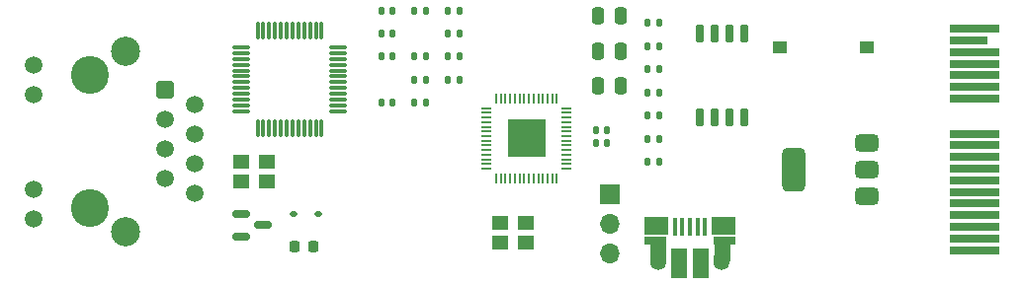
<source format=gbr>
%TF.GenerationSoftware,KiCad,Pcbnew,8.0.3*%
%TF.CreationDate,2024-06-27T21:22:13-04:00*%
%TF.ProjectId,rp2040-mgmt-module,72703230-3430-42d6-9d67-6d742d6d6f64,v0.0.0*%
%TF.SameCoordinates,Original*%
%TF.FileFunction,Soldermask,Top*%
%TF.FilePolarity,Negative*%
%FSLAX46Y46*%
G04 Gerber Fmt 4.6, Leading zero omitted, Abs format (unit mm)*
G04 Created by KiCad (PCBNEW 8.0.3) date 2024-06-27 21:22:13*
%MOMM*%
%LPD*%
G01*
G04 APERTURE LIST*
G04 Aperture macros list*
%AMRoundRect*
0 Rectangle with rounded corners*
0 $1 Rounding radius*
0 $2 $3 $4 $5 $6 $7 $8 $9 X,Y pos of 4 corners*
0 Add a 4 corners polygon primitive as box body*
4,1,4,$2,$3,$4,$5,$6,$7,$8,$9,$2,$3,0*
0 Add four circle primitives for the rounded corners*
1,1,$1+$1,$2,$3*
1,1,$1+$1,$4,$5*
1,1,$1+$1,$6,$7*
1,1,$1+$1,$8,$9*
0 Add four rect primitives between the rounded corners*
20,1,$1+$1,$2,$3,$4,$5,0*
20,1,$1+$1,$4,$5,$6,$7,0*
20,1,$1+$1,$6,$7,$8,$9,0*
20,1,$1+$1,$8,$9,$2,$3,0*%
G04 Aperture macros list end*
%ADD10RoundRect,0.140000X-0.140000X-0.170000X0.140000X-0.170000X0.140000X0.170000X-0.140000X0.170000X0*%
%ADD11C,3.250000*%
%ADD12RoundRect,0.250500X-0.499500X0.499500X-0.499500X-0.499500X0.499500X-0.499500X0.499500X0.499500X0*%
%ADD13C,1.500000*%
%ADD14C,2.500000*%
%ADD15RoundRect,0.250000X-0.250000X-0.475000X0.250000X-0.475000X0.250000X0.475000X-0.250000X0.475000X0*%
%ADD16RoundRect,0.375000X0.625000X0.375000X-0.625000X0.375000X-0.625000X-0.375000X0.625000X-0.375000X0*%
%ADD17RoundRect,0.500000X0.500000X1.400000X-0.500000X1.400000X-0.500000X-1.400000X0.500000X-1.400000X0*%
%ADD18RoundRect,0.218750X-0.218750X-0.256250X0.218750X-0.256250X0.218750X0.256250X-0.218750X0.256250X0*%
%ADD19R,1.200000X1.000000*%
%ADD20R,1.700000X1.700000*%
%ADD21O,1.700000X1.700000*%
%ADD22RoundRect,0.135000X-0.135000X-0.185000X0.135000X-0.185000X0.135000X0.185000X-0.135000X0.185000X0*%
%ADD23R,1.400000X1.200000*%
%ADD24RoundRect,0.150000X-0.587500X-0.150000X0.587500X-0.150000X0.587500X0.150000X-0.587500X0.150000X0*%
%ADD25RoundRect,0.112500X-0.187500X-0.112500X0.187500X-0.112500X0.187500X0.112500X-0.187500X0.112500X0*%
%ADD26RoundRect,0.050000X-0.050000X0.387500X-0.050000X-0.387500X0.050000X-0.387500X0.050000X0.387500X0*%
%ADD27RoundRect,0.050000X-0.387500X0.050000X-0.387500X-0.050000X0.387500X-0.050000X0.387500X0.050000X0*%
%ADD28R,3.200000X3.200000*%
%ADD29R,0.400000X1.650000*%
%ADD30R,1.825000X0.700000*%
%ADD31R,2.000000X1.500000*%
%ADD32R,1.350000X2.000000*%
%ADD33O,1.350000X1.700000*%
%ADD34O,1.100000X1.500000*%
%ADD35R,1.430000X2.500000*%
%ADD36R,4.300000X0.700000*%
%ADD37R,3.200000X0.700000*%
%ADD38RoundRect,0.150000X-0.150000X0.650000X-0.150000X-0.650000X0.150000X-0.650000X0.150000X0.650000X0*%
%ADD39RoundRect,0.075000X-0.662500X-0.075000X0.662500X-0.075000X0.662500X0.075000X-0.662500X0.075000X0*%
%ADD40RoundRect,0.075000X-0.075000X-0.662500X0.075000X-0.662500X0.075000X0.662500X-0.075000X0.662500X0*%
G04 APERTURE END LIST*
D10*
%TO.C,C7*%
X31100000Y-8700000D03*
X32060000Y-8700000D03*
%TD*%
%TO.C,C6*%
X49520000Y-11100000D03*
X50480000Y-11100000D03*
%TD*%
D11*
%TO.C,J3*%
X6200000Y-6370000D03*
X6200000Y-17800000D03*
D12*
X12560000Y-7645000D03*
D13*
X15100000Y-8905000D03*
X12560000Y-10185000D03*
X15100000Y-11445000D03*
X12560000Y-12725000D03*
X15100000Y-13985000D03*
X12560000Y-15265000D03*
X15100000Y-16525000D03*
X1300000Y-5460000D03*
X1300000Y-8000000D03*
X1300000Y-16170000D03*
X1300000Y-18710000D03*
D14*
X9250000Y-4340000D03*
X9250000Y-19830000D03*
%TD*%
D15*
%TO.C,C4*%
X49700000Y-4290000D03*
X51600000Y-4290000D03*
%TD*%
D16*
%TO.C,U1*%
X72750000Y-16800000D03*
X72750000Y-14500000D03*
D17*
X66450000Y-14500000D03*
D16*
X72750000Y-12200000D03*
%TD*%
D10*
%TO.C,C13*%
X36840000Y-820000D03*
X37800000Y-820000D03*
%TD*%
D18*
%TO.C,FB1*%
X23700000Y-21055000D03*
X25275000Y-21055000D03*
%TD*%
D19*
%TO.C,SW1*%
X72700000Y-4000000D03*
X65300000Y-4000000D03*
%TD*%
D10*
%TO.C,C2*%
X31100000Y-2790000D03*
X32060000Y-2790000D03*
%TD*%
%TO.C,C15*%
X36840000Y-4760000D03*
X37800000Y-4760000D03*
%TD*%
D15*
%TO.C,C16*%
X49700000Y-7300000D03*
X51600000Y-7300000D03*
%TD*%
D20*
%TO.C,J4*%
X50700000Y-16560000D03*
D21*
X50700000Y-19100000D03*
X50700000Y-21640000D03*
%TD*%
D10*
%TO.C,C1*%
X31100000Y-820000D03*
X32060000Y-820000D03*
%TD*%
%TO.C,C10*%
X33970000Y-4760000D03*
X34930000Y-4760000D03*
%TD*%
D22*
%TO.C,R1*%
X53880000Y-1900000D03*
X54900000Y-1900000D03*
%TD*%
%TO.C,R7*%
X53880000Y-13840000D03*
X54900000Y-13840000D03*
%TD*%
D10*
%TO.C,C17*%
X36840000Y-6730000D03*
X37800000Y-6730000D03*
%TD*%
%TO.C,C9*%
X49520000Y-12200000D03*
X50480000Y-12200000D03*
%TD*%
%TO.C,C11*%
X33970000Y-6730000D03*
X34930000Y-6730000D03*
%TD*%
D23*
%TO.C,Y2*%
X19117500Y-15475000D03*
X21317500Y-15475000D03*
X21317500Y-13775000D03*
X19117500Y-13775000D03*
%TD*%
D10*
%TO.C,C8*%
X33970000Y-820000D03*
X34930000Y-820000D03*
%TD*%
D24*
%TO.C,Q1*%
X19100000Y-18300000D03*
X19100000Y-20200000D03*
X20975000Y-19250000D03*
%TD*%
D10*
%TO.C,C5*%
X31100000Y-4760000D03*
X32060000Y-4760000D03*
%TD*%
%TO.C,C12*%
X33970000Y-8700000D03*
X34930000Y-8700000D03*
%TD*%
D23*
%TO.C,Y1*%
X41300000Y-20750000D03*
X43500000Y-20750000D03*
X43500000Y-19050000D03*
X41300000Y-19050000D03*
%TD*%
D25*
%TO.C,D1*%
X23602500Y-18325000D03*
X25702500Y-18325000D03*
%TD*%
D22*
%TO.C,R3*%
X53880000Y-5880000D03*
X54900000Y-5880000D03*
%TD*%
%TO.C,R2*%
X53880000Y-3890000D03*
X54900000Y-3890000D03*
%TD*%
D26*
%TO.C,U3*%
X46162500Y-8362500D03*
X45762500Y-8362500D03*
X45362500Y-8362500D03*
X44962500Y-8362500D03*
X44562500Y-8362500D03*
X44162500Y-8362500D03*
X43762500Y-8362500D03*
X43362500Y-8362500D03*
X42962500Y-8362500D03*
X42562500Y-8362500D03*
X42162500Y-8362500D03*
X41762500Y-8362500D03*
X41362500Y-8362500D03*
X40962500Y-8362500D03*
D27*
X40125000Y-9200000D03*
X40125000Y-9600000D03*
X40125000Y-10000000D03*
X40125000Y-10400000D03*
X40125000Y-10800000D03*
X40125000Y-11200000D03*
X40125000Y-11600000D03*
X40125000Y-12000000D03*
X40125000Y-12400000D03*
X40125000Y-12800000D03*
X40125000Y-13200000D03*
X40125000Y-13600000D03*
X40125000Y-14000000D03*
X40125000Y-14400000D03*
D26*
X40962500Y-15237500D03*
X41362500Y-15237500D03*
X41762500Y-15237500D03*
X42162500Y-15237500D03*
X42562500Y-15237500D03*
X42962500Y-15237500D03*
X43362500Y-15237500D03*
X43762500Y-15237500D03*
X44162500Y-15237500D03*
X44562500Y-15237500D03*
X44962500Y-15237500D03*
X45362500Y-15237500D03*
X45762500Y-15237500D03*
X46162500Y-15237500D03*
D27*
X47000000Y-14400000D03*
X47000000Y-14000000D03*
X47000000Y-13600000D03*
X47000000Y-13200000D03*
X47000000Y-12800000D03*
X47000000Y-12400000D03*
X47000000Y-12000000D03*
X47000000Y-11600000D03*
X47000000Y-11200000D03*
X47000000Y-10800000D03*
X47000000Y-10400000D03*
X47000000Y-10000000D03*
X47000000Y-9600000D03*
X47000000Y-9200000D03*
D28*
X43562500Y-11800000D03*
%TD*%
D10*
%TO.C,C14*%
X36840000Y-2790000D03*
X37800000Y-2790000D03*
%TD*%
D29*
%TO.C,J2*%
X56260000Y-19400000D03*
X56910000Y-19400000D03*
X57560000Y-19400000D03*
X58210000Y-19400000D03*
X58860000Y-19400000D03*
D30*
X54610000Y-20600000D03*
D31*
X54710000Y-19300000D03*
D32*
X54830000Y-21350000D03*
D33*
X54830000Y-22280000D03*
D34*
X55140000Y-19280000D03*
D35*
X56600000Y-22550000D03*
X58520000Y-22550000D03*
D34*
X59980000Y-19280000D03*
D33*
X60290000Y-22280000D03*
D32*
X60310000Y-21350000D03*
D31*
X60460000Y-19280000D03*
D30*
X60560000Y-20600000D03*
%TD*%
D36*
%TO.C,J1*%
X81950000Y-21390000D03*
X81950000Y-20390000D03*
X81950000Y-19390000D03*
X81950000Y-18390000D03*
X81950000Y-17390000D03*
X81950000Y-16390000D03*
X81950000Y-15390000D03*
X81950000Y-14390000D03*
X81950000Y-13390000D03*
X81950000Y-12390000D03*
X81950000Y-11390000D03*
X81950000Y-8390000D03*
X81950000Y-7390000D03*
X81950000Y-6390000D03*
X81950000Y-5390000D03*
X81950000Y-4390000D03*
D37*
X81400000Y-3390000D03*
D36*
X81950000Y-2390000D03*
%TD*%
D22*
%TO.C,R4*%
X53880000Y-7870000D03*
X54900000Y-7870000D03*
%TD*%
%TO.C,R6*%
X53880000Y-11850000D03*
X54900000Y-11850000D03*
%TD*%
D38*
%TO.C,U2*%
X62205000Y-2800000D03*
X60935000Y-2800000D03*
X59665000Y-2800000D03*
X58395000Y-2800000D03*
X58395000Y-10000000D03*
X59665000Y-10000000D03*
X60935000Y-10000000D03*
X62205000Y-10000000D03*
%TD*%
D39*
%TO.C,U4*%
X19105000Y-3975000D03*
X19105000Y-4475000D03*
X19105000Y-4975000D03*
X19105000Y-5475000D03*
X19105000Y-5975000D03*
X19105000Y-6475000D03*
X19105000Y-6975000D03*
X19105000Y-7475000D03*
X19105000Y-7975000D03*
X19105000Y-8475000D03*
X19105000Y-8975000D03*
X19105000Y-9475000D03*
D40*
X20517500Y-10887500D03*
X21017500Y-10887500D03*
X21517500Y-10887500D03*
X22017500Y-10887500D03*
X22517500Y-10887500D03*
X23017500Y-10887500D03*
X23517500Y-10887500D03*
X24017500Y-10887500D03*
X24517500Y-10887500D03*
X25017500Y-10887500D03*
X25517500Y-10887500D03*
X26017500Y-10887500D03*
D39*
X27430000Y-9475000D03*
X27430000Y-8975000D03*
X27430000Y-8475000D03*
X27430000Y-7975000D03*
X27430000Y-7475000D03*
X27430000Y-6975000D03*
X27430000Y-6475000D03*
X27430000Y-5975000D03*
X27430000Y-5475000D03*
X27430000Y-4975000D03*
X27430000Y-4475000D03*
X27430000Y-3975000D03*
D40*
X26017500Y-2562500D03*
X25517500Y-2562500D03*
X25017500Y-2562500D03*
X24517500Y-2562500D03*
X24017500Y-2562500D03*
X23517500Y-2562500D03*
X23017500Y-2562500D03*
X22517500Y-2562500D03*
X22017500Y-2562500D03*
X21517500Y-2562500D03*
X21017500Y-2562500D03*
X20517500Y-2562500D03*
%TD*%
D22*
%TO.C,R5*%
X53880000Y-9860000D03*
X54900000Y-9860000D03*
%TD*%
D15*
%TO.C,C3*%
X49700000Y-1280000D03*
X51600000Y-1280000D03*
%TD*%
M02*

</source>
